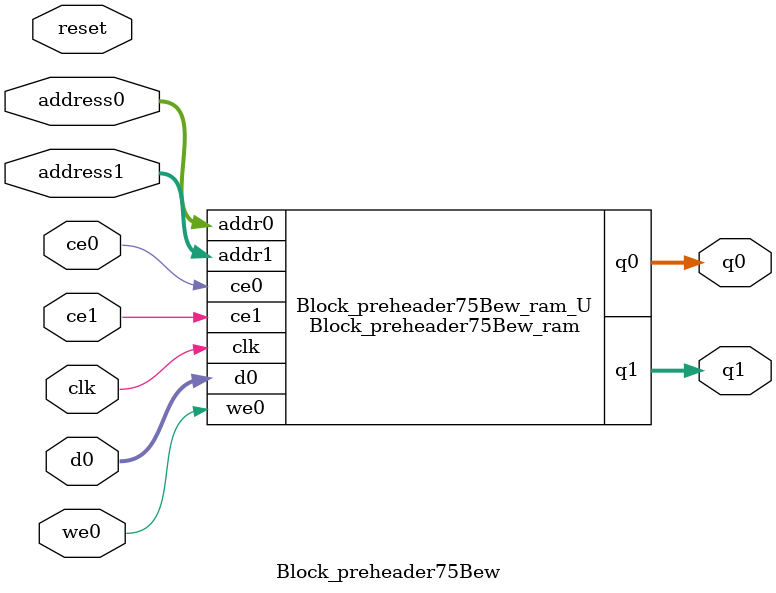
<source format=v>
`timescale 1 ns / 1 ps
module Block_preheader75Bew_ram (addr0, ce0, d0, we0, q0, addr1, ce1, q1,  clk);

parameter DWIDTH = 5;
parameter AWIDTH = 6;
parameter MEM_SIZE = 48;

input[AWIDTH-1:0] addr0;
input ce0;
input[DWIDTH-1:0] d0;
input we0;
output reg[DWIDTH-1:0] q0;
input[AWIDTH-1:0] addr1;
input ce1;
output reg[DWIDTH-1:0] q1;
input clk;

(* ram_style = "distributed" *)reg [DWIDTH-1:0] ram[0:MEM_SIZE-1];




always @(posedge clk)  
begin 
    if (ce0) begin
        if (we0) 
            ram[addr0] <= d0; 
        q0 <= ram[addr0];
    end
end


always @(posedge clk)  
begin 
    if (ce1) begin
        q1 <= ram[addr1];
    end
end


endmodule

`timescale 1 ns / 1 ps
module Block_preheader75Bew(
    reset,
    clk,
    address0,
    ce0,
    we0,
    d0,
    q0,
    address1,
    ce1,
    q1);

parameter DataWidth = 32'd5;
parameter AddressRange = 32'd48;
parameter AddressWidth = 32'd6;
input reset;
input clk;
input[AddressWidth - 1:0] address0;
input ce0;
input we0;
input[DataWidth - 1:0] d0;
output[DataWidth - 1:0] q0;
input[AddressWidth - 1:0] address1;
input ce1;
output[DataWidth - 1:0] q1;



Block_preheader75Bew_ram Block_preheader75Bew_ram_U(
    .clk( clk ),
    .addr0( address0 ),
    .ce0( ce0 ),
    .we0( we0 ),
    .d0( d0 ),
    .q0( q0 ),
    .addr1( address1 ),
    .ce1( ce1 ),
    .q1( q1 ));

endmodule


</source>
